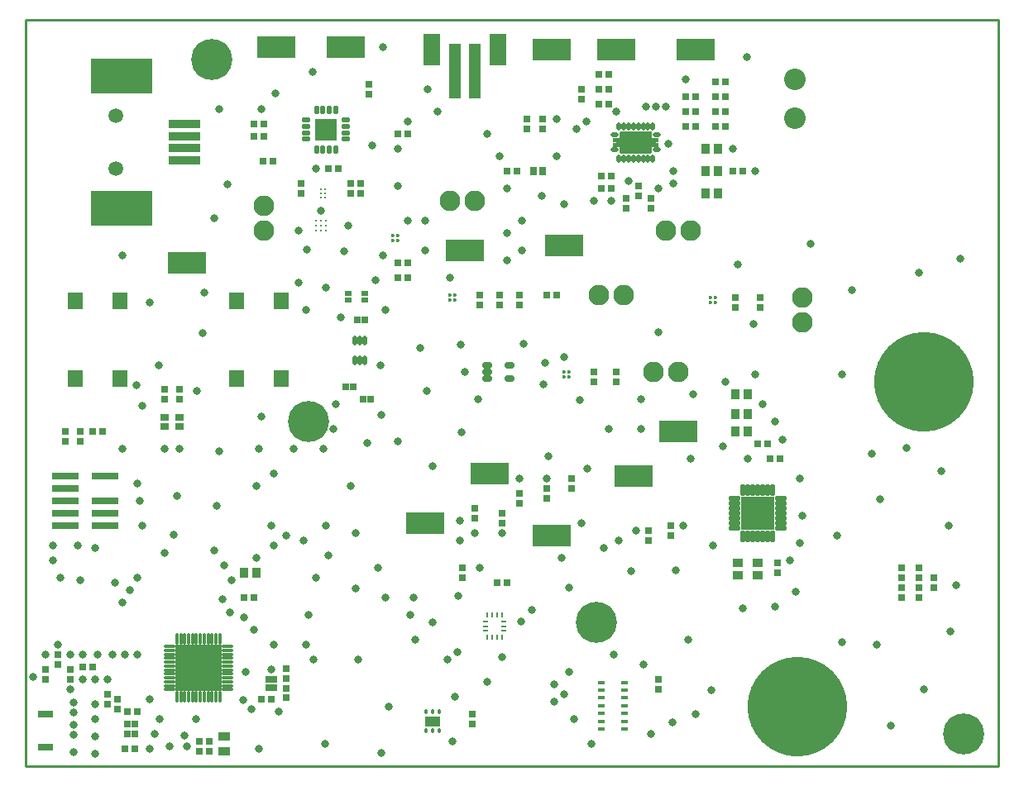
<source format=gts>
G04*
G04 #@! TF.GenerationSoftware,Altium Limited,Altium Designer,20.1.11 (218)*
G04*
G04 Layer_Color=8388736*
%FSLAX25Y25*%
%MOIN*%
G70*
G04*
G04 #@! TF.SameCoordinates,9738943D-FDB6-407F-A489-FF49C37398C0*
G04*
G04*
G04 #@! TF.FilePolarity,Negative*
G04*
G01*
G75*
%ADD11C,0.01000*%
%ADD24R,0.10984X0.02913*%
G04:AMPARAMS|DCode=28|XSize=17.72mil|YSize=11.81mil|CornerRadius=1.95mil|HoleSize=0mil|Usage=FLASHONLY|Rotation=90.000|XOffset=0mil|YOffset=0mil|HoleType=Round|Shape=RoundedRectangle|*
%AMROUNDEDRECTD28*
21,1,0.01772,0.00791,0,0,90.0*
21,1,0.01382,0.01181,0,0,90.0*
1,1,0.00390,0.00396,0.00691*
1,1,0.00390,0.00396,-0.00691*
1,1,0.00390,-0.00396,-0.00691*
1,1,0.00390,-0.00396,0.00691*
%
%ADD28ROUNDEDRECTD28*%
%ADD44R,0.02953X0.01378*%
%ADD45C,0.01417*%
%ADD58R,0.00984X0.01870*%
%ADD59R,0.01870X0.00984*%
%ADD61R,0.02769X0.03162*%
%ADD62R,0.03162X0.02769*%
G04:AMPARAMS|DCode=63|XSize=17.45mil|YSize=31.62mil|CornerRadius=5.98mil|HoleSize=0mil|Usage=FLASHONLY|Rotation=0.000|XOffset=0mil|YOffset=0mil|HoleType=Round|Shape=RoundedRectangle|*
%AMROUNDEDRECTD63*
21,1,0.01745,0.01965,0,0,0.0*
21,1,0.00548,0.03162,0,0,0.0*
1,1,0.01197,0.00274,-0.00983*
1,1,0.01197,-0.00274,-0.00983*
1,1,0.01197,-0.00274,0.00983*
1,1,0.01197,0.00274,0.00983*
%
%ADD63ROUNDEDRECTD63*%
G04:AMPARAMS|DCode=64|XSize=17.45mil|YSize=31.62mil|CornerRadius=5.98mil|HoleSize=0mil|Usage=FLASHONLY|Rotation=270.000|XOffset=0mil|YOffset=0mil|HoleType=Round|Shape=RoundedRectangle|*
%AMROUNDEDRECTD64*
21,1,0.01745,0.01965,0,0,270.0*
21,1,0.00548,0.03162,0,0,270.0*
1,1,0.01197,-0.00983,-0.00274*
1,1,0.01197,-0.00983,0.00274*
1,1,0.01197,0.00983,0.00274*
1,1,0.01197,0.00983,-0.00274*
%
%ADD64ROUNDEDRECTD64*%
G04:AMPARAMS|DCode=65|XSize=11.81mil|YSize=11.81mil|CornerRadius=1.95mil|HoleSize=0mil|Usage=FLASHONLY|Rotation=0.000|XOffset=0mil|YOffset=0mil|HoleType=Round|Shape=RoundedRectangle|*
%AMROUNDEDRECTD65*
21,1,0.01181,0.00791,0,0,0.0*
21,1,0.00791,0.01181,0,0,0.0*
1,1,0.00390,0.00396,-0.00396*
1,1,0.00390,-0.00396,-0.00396*
1,1,0.00390,-0.00396,0.00396*
1,1,0.00390,0.00396,0.00396*
%
%ADD65ROUNDEDRECTD65*%
G04:AMPARAMS|DCode=66|XSize=39.37mil|YSize=62.99mil|CornerRadius=1.97mil|HoleSize=0mil|Usage=FLASHONLY|Rotation=90.000|XOffset=0mil|YOffset=0mil|HoleType=Round|Shape=RoundedRectangle|*
%AMROUNDEDRECTD66*
21,1,0.03937,0.05906,0,0,90.0*
21,1,0.03543,0.06299,0,0,90.0*
1,1,0.00394,0.02953,0.01772*
1,1,0.00394,0.02953,-0.01772*
1,1,0.00394,-0.02953,-0.01772*
1,1,0.00394,-0.02953,0.01772*
%
%ADD66ROUNDEDRECTD66*%
%ADD67O,0.04540X0.01587*%
%ADD68O,0.01587X0.04540*%
%ADD69R,0.18910X0.18910*%
%ADD70R,0.09068X0.09068*%
%ADD71O,0.03753X0.01981*%
%ADD72O,0.01981X0.03753*%
%ADD73R,0.15170X0.08871*%
%ADD74R,0.06142X0.03150*%
%ADD75R,0.12611X0.03556*%
%ADD76R,0.24580X0.14186*%
%ADD77R,0.04737X0.22453*%
%ADD78R,0.07099X0.12611*%
%ADD79R,0.03162X0.03162*%
%ADD80R,0.03162X0.03162*%
%ADD81R,0.02769X0.03556*%
%ADD82R,0.03753X0.04147*%
G04:AMPARAMS|DCode=83|XSize=23.75mil|YSize=41.47mil|CornerRadius=5.97mil|HoleSize=0mil|Usage=FLASHONLY|Rotation=90.000|XOffset=0mil|YOffset=0mil|HoleType=Round|Shape=RoundedRectangle|*
%AMROUNDEDRECTD83*
21,1,0.02375,0.02953,0,0,90.0*
21,1,0.01181,0.04147,0,0,90.0*
1,1,0.01194,0.01476,0.00591*
1,1,0.01194,0.01476,-0.00591*
1,1,0.01194,-0.01476,-0.00591*
1,1,0.01194,-0.01476,0.00591*
%
%ADD83ROUNDEDRECTD83*%
G04:AMPARAMS|DCode=84|XSize=46.98mil|YSize=18.63mil|CornerRadius=5.33mil|HoleSize=0mil|Usage=FLASHONLY|Rotation=270.000|XOffset=0mil|YOffset=0mil|HoleType=Round|Shape=RoundedRectangle|*
%AMROUNDEDRECTD84*
21,1,0.04698,0.00797,0,0,270.0*
21,1,0.03632,0.01863,0,0,270.0*
1,1,0.01066,-0.00399,-0.01816*
1,1,0.01066,-0.00399,0.01816*
1,1,0.01066,0.00399,0.01816*
1,1,0.01066,0.00399,-0.01816*
%
%ADD84ROUNDEDRECTD84*%
G04:AMPARAMS|DCode=85|XSize=46.98mil|YSize=18.63mil|CornerRadius=5.33mil|HoleSize=0mil|Usage=FLASHONLY|Rotation=180.000|XOffset=0mil|YOffset=0mil|HoleType=Round|Shape=RoundedRectangle|*
%AMROUNDEDRECTD85*
21,1,0.04698,0.00797,0,0,180.0*
21,1,0.03632,0.01863,0,0,180.0*
1,1,0.01066,-0.01816,0.00399*
1,1,0.01066,0.01816,0.00399*
1,1,0.01066,0.01816,-0.00399*
1,1,0.01066,-0.01816,-0.00399*
%
%ADD85ROUNDEDRECTD85*%
%ADD86R,0.13595X0.13595*%
%ADD87R,0.04147X0.03753*%
%ADD88C,0.01299*%
%ADD89R,0.02847X0.01981*%
G04:AMPARAMS|DCode=90|XSize=19.81mil|YSize=37.53mil|CornerRadius=5.95mil|HoleSize=0mil|Usage=FLASHONLY|Rotation=180.000|XOffset=0mil|YOffset=0mil|HoleType=Round|Shape=RoundedRectangle|*
%AMROUNDEDRECTD90*
21,1,0.01981,0.02563,0,0,180.0*
21,1,0.00791,0.03753,0,0,180.0*
1,1,0.01190,-0.00396,0.01282*
1,1,0.01190,0.00396,0.01282*
1,1,0.01190,0.00396,-0.01282*
1,1,0.01190,-0.00396,-0.01282*
%
%ADD90ROUNDEDRECTD90*%
%ADD91R,0.02769X0.02572*%
%ADD92C,0.01043*%
%ADD93R,0.03556X0.02769*%
%ADD94R,0.04800X0.03300*%
%ADD95R,0.04961X0.02736*%
%ADD96R,0.02646X0.03039*%
%ADD97R,0.05918X0.06902*%
%ADD98C,0.05918*%
%ADD99C,0.08674*%
%ADD100C,0.16548*%
%ADD101C,0.08300*%
%ADD102C,0.40170*%
%ADD103C,0.03300*%
G36*
X251946Y255937D02*
X251997Y255927D01*
X252047Y255910D01*
X252094Y255887D01*
X252137Y255857D01*
X252177Y255823D01*
X252211Y255783D01*
X252240Y255740D01*
X252264Y255693D01*
X252281Y255643D01*
X252291Y255592D01*
X252294Y255539D01*
Y253440D01*
X254747Y253440D01*
X254800Y253437D01*
X254851Y253427D01*
X254901Y253410D01*
X254948Y253386D01*
X254992Y253357D01*
X255031Y253323D01*
X255065Y253283D01*
X255095Y253240D01*
X255118Y253193D01*
X255135Y253143D01*
X255145Y253092D01*
X255148Y253039D01*
Y252134D01*
X255145Y252081D01*
X255135Y252030D01*
X255118Y251980D01*
X255095Y251933D01*
X255065Y251890D01*
X255031Y251850D01*
X254992Y251816D01*
X254948Y251787D01*
X254901Y251764D01*
X254851Y251747D01*
X254800Y251736D01*
X254747Y251733D01*
X253869Y251733D01*
Y251275D01*
X254747Y251275D01*
X254800Y251271D01*
X254851Y251261D01*
X254901Y251244D01*
X254948Y251221D01*
X254991Y251192D01*
X255031Y251157D01*
X255065Y251118D01*
X255095Y251074D01*
X255118Y251027D01*
X255135Y250978D01*
X255145Y250926D01*
X255148Y250874D01*
Y249969D01*
X255145Y249916D01*
X255135Y249865D01*
X255118Y249815D01*
X255095Y249768D01*
X255065Y249725D01*
X255031Y249685D01*
X254991Y249651D01*
X254948Y249621D01*
X254901Y249598D01*
X254851Y249581D01*
X254800Y249571D01*
X254747Y249568D01*
X252294Y249568D01*
Y247468D01*
X252291Y247416D01*
X252281Y247365D01*
X252264Y247315D01*
X252240Y247268D01*
X252211Y247224D01*
X252177Y247185D01*
X252137Y247150D01*
X252094Y247121D01*
X252047Y247098D01*
X251997Y247081D01*
X251946Y247071D01*
X251893Y247068D01*
X239885D01*
X239833Y247071D01*
X239782Y247081D01*
X239732Y247098D01*
X239685Y247121D01*
X239641Y247150D01*
X239602Y247185D01*
X239567Y247224D01*
X239538Y247268D01*
X239515Y247315D01*
X239498Y247365D01*
X239488Y247416D01*
X239485Y247468D01*
Y249568D01*
X237031Y249568D01*
X236979Y249571D01*
X236927Y249581D01*
X236877Y249598D01*
X236830Y249621D01*
X236787Y249651D01*
X236747Y249685D01*
X236713Y249725D01*
X236684Y249768D01*
X236661Y249815D01*
X236644Y249865D01*
X236633Y249916D01*
X236630Y249969D01*
Y250874D01*
X236633Y250926D01*
X236644Y250978D01*
X236661Y251027D01*
X236684Y251074D01*
X236713Y251118D01*
X236747Y251157D01*
X236787Y251192D01*
X236830Y251221D01*
X236877Y251244D01*
X236927Y251261D01*
X236979Y251271D01*
X237031Y251275D01*
X237910Y251275D01*
Y251733D01*
X237031Y251733D01*
X236979Y251736D01*
X236927Y251747D01*
X236877Y251764D01*
X236830Y251787D01*
X236787Y251816D01*
X236747Y251850D01*
X236713Y251890D01*
X236684Y251933D01*
X236661Y251980D01*
X236644Y252030D01*
X236633Y252081D01*
X236630Y252134D01*
Y253039D01*
X236633Y253092D01*
X236644Y253143D01*
X236661Y253193D01*
X236684Y253240D01*
X236713Y253283D01*
X236747Y253323D01*
X236787Y253357D01*
X236830Y253386D01*
X236877Y253410D01*
X236927Y253427D01*
X236979Y253437D01*
X237031Y253440D01*
X239485Y253440D01*
Y255539D01*
X239488Y255592D01*
X239498Y255643D01*
X239515Y255693D01*
X239538Y255740D01*
X239567Y255783D01*
X239602Y255823D01*
X239641Y255857D01*
X239685Y255887D01*
X239732Y255910D01*
X239782Y255927D01*
X239833Y255937D01*
X239885Y255940D01*
X251893D01*
X251946Y255937D01*
D02*
G37*
D11*
X0Y0D02*
X392000D01*
Y301000D01*
X0D02*
X392000D01*
X0Y0D02*
Y301000D01*
D24*
X15976Y117000D02*
D03*
Y112000D02*
D03*
Y107000D02*
D03*
Y102000D02*
D03*
Y97000D02*
D03*
X32000Y117000D02*
D03*
Y107000D02*
D03*
Y102000D02*
D03*
Y97000D02*
D03*
D28*
X161441Y21839D02*
D03*
X164000D02*
D03*
X166559D02*
D03*
Y14161D02*
D03*
X164000D02*
D03*
X161441D02*
D03*
D44*
X241449Y33748D02*
D03*
Y30598D02*
D03*
Y27449D02*
D03*
Y24299D02*
D03*
Y21150D02*
D03*
Y18000D02*
D03*
Y14850D02*
D03*
X232000D02*
D03*
Y18000D02*
D03*
Y21150D02*
D03*
Y24299D02*
D03*
Y27449D02*
D03*
Y30598D02*
D03*
Y33748D02*
D03*
D45*
X276016Y188984D02*
D03*
X277984D02*
D03*
X276016Y187016D02*
D03*
X277984D02*
D03*
X217000Y158968D02*
D03*
X218969D02*
D03*
X217000Y157000D02*
D03*
X218969D02*
D03*
X148016Y212016D02*
D03*
Y213984D02*
D03*
X149984Y212016D02*
D03*
Y213984D02*
D03*
X172968Y188031D02*
D03*
X171000D02*
D03*
X172968Y190000D02*
D03*
X171000D02*
D03*
D58*
X186094Y51846D02*
D03*
X188063D02*
D03*
X190032D02*
D03*
X192000D02*
D03*
Y61000D02*
D03*
X190032D02*
D03*
X188063D02*
D03*
X186094D02*
D03*
D59*
X192640Y54455D02*
D03*
Y56423D02*
D03*
Y58392D02*
D03*
X185455D02*
D03*
Y56423D02*
D03*
Y54455D02*
D03*
D61*
X126000Y241000D02*
D03*
X122063D02*
D03*
X154000Y255000D02*
D03*
X150063D02*
D03*
X288937Y240000D02*
D03*
X285000D02*
D03*
X194063D02*
D03*
X198000D02*
D03*
X131000Y235000D02*
D03*
X134937D02*
D03*
X131000Y231000D02*
D03*
X134937D02*
D03*
X30937Y135000D02*
D03*
X27000D02*
D03*
X92000Y259000D02*
D03*
X95937D02*
D03*
X92000Y254000D02*
D03*
X95937D02*
D03*
X193937Y74000D02*
D03*
X190000D02*
D03*
D62*
X220000Y112000D02*
D03*
Y115937D02*
D03*
X251000Y91000D02*
D03*
Y94937D02*
D03*
X224000Y272969D02*
D03*
Y269032D02*
D03*
X202000Y257000D02*
D03*
Y260937D02*
D03*
X180000Y17000D02*
D03*
Y20937D02*
D03*
X138500Y271063D02*
D03*
Y275000D02*
D03*
X255000Y34937D02*
D03*
Y31000D02*
D03*
X260000Y96969D02*
D03*
Y93032D02*
D03*
X181000Y103969D02*
D03*
Y100031D02*
D03*
X192000Y102000D02*
D03*
Y98063D02*
D03*
X199000Y106032D02*
D03*
Y109968D02*
D03*
X210000Y108000D02*
D03*
Y111937D02*
D03*
X360000Y76000D02*
D03*
Y79937D02*
D03*
Y71969D02*
D03*
Y68032D02*
D03*
X208299Y257031D02*
D03*
Y260968D02*
D03*
X111000Y234937D02*
D03*
Y231000D02*
D03*
X22000Y134937D02*
D03*
Y131000D02*
D03*
X56000Y151969D02*
D03*
Y148031D02*
D03*
X62000Y148063D02*
D03*
Y152000D02*
D03*
X176000Y76063D02*
D03*
Y80000D02*
D03*
D63*
X239000Y245008D02*
D03*
X240968D02*
D03*
X242937D02*
D03*
X244905D02*
D03*
X246874D02*
D03*
X248842D02*
D03*
X250811D02*
D03*
X252779D02*
D03*
Y258000D02*
D03*
X250811D02*
D03*
X248842D02*
D03*
X246874D02*
D03*
X244905D02*
D03*
X242937D02*
D03*
X240968D02*
D03*
X239000D02*
D03*
D64*
X254354Y248551D02*
D03*
Y254457D02*
D03*
X237425D02*
D03*
Y248551D02*
D03*
D65*
X245889Y251504D02*
D03*
D66*
X164000Y18000D02*
D03*
D67*
X58000Y37150D02*
D03*
Y35575D02*
D03*
Y34000D02*
D03*
Y32425D02*
D03*
Y45024D02*
D03*
Y43449D02*
D03*
Y41874D02*
D03*
Y40299D02*
D03*
Y48173D02*
D03*
X81228Y32425D02*
D03*
Y34000D02*
D03*
Y35575D02*
D03*
Y37150D02*
D03*
Y40299D02*
D03*
Y41874D02*
D03*
Y43449D02*
D03*
Y45024D02*
D03*
Y48173D02*
D03*
X58000Y30850D02*
D03*
Y46598D02*
D03*
Y38724D02*
D03*
X81228Y30850D02*
D03*
Y38724D02*
D03*
Y46598D02*
D03*
D68*
X62528Y27898D02*
D03*
X64102D02*
D03*
X65677D02*
D03*
X67252D02*
D03*
Y51126D02*
D03*
X65677D02*
D03*
X64102D02*
D03*
X62528D02*
D03*
X70402Y27898D02*
D03*
X71976D02*
D03*
X73551D02*
D03*
X75126D02*
D03*
Y51126D02*
D03*
X73551D02*
D03*
X71976D02*
D03*
X70402D02*
D03*
X78276Y27898D02*
D03*
Y51126D02*
D03*
X60953Y27898D02*
D03*
Y51126D02*
D03*
X68827Y27898D02*
D03*
X76701D02*
D03*
Y51126D02*
D03*
X68827D02*
D03*
D69*
X69614Y39512D02*
D03*
D70*
X121028Y256720D02*
D03*
D71*
X129000Y260559D02*
D03*
Y258000D02*
D03*
Y255441D02*
D03*
Y252882D02*
D03*
X113055D02*
D03*
Y255441D02*
D03*
Y258000D02*
D03*
Y260559D02*
D03*
D72*
X124866Y248748D02*
D03*
X122307D02*
D03*
X119748D02*
D03*
X117189D02*
D03*
Y264693D02*
D03*
X119748D02*
D03*
X122307D02*
D03*
X124866D02*
D03*
D73*
X212000Y93000D02*
D03*
X101000Y290000D02*
D03*
X129000D02*
D03*
X212000Y289000D02*
D03*
X238000D02*
D03*
X270000D02*
D03*
X263000Y135000D02*
D03*
X245000Y117000D02*
D03*
X177000Y208000D02*
D03*
X65000Y203000D02*
D03*
X161000Y98000D02*
D03*
X187000Y118000D02*
D03*
X217000Y210000D02*
D03*
D74*
X8000Y7590D02*
D03*
Y21000D02*
D03*
D75*
X64000Y254079D02*
D03*
Y249158D02*
D03*
Y259000D02*
D03*
Y244236D02*
D03*
D76*
X38803Y224847D02*
D03*
Y278390D02*
D03*
D77*
X180937Y280142D02*
D03*
X173063D02*
D03*
D78*
X190386Y289000D02*
D03*
X163614D02*
D03*
D79*
X247000Y233937D02*
D03*
Y230000D02*
D03*
X242000Y228969D02*
D03*
Y225031D02*
D03*
X252000Y228937D02*
D03*
Y225000D02*
D03*
X296000Y189000D02*
D03*
Y185063D02*
D03*
X286000D02*
D03*
Y189000D02*
D03*
X238000Y159000D02*
D03*
Y155063D02*
D03*
X229000D02*
D03*
Y159000D02*
D03*
X353000Y76000D02*
D03*
Y79937D02*
D03*
Y68032D02*
D03*
Y71969D02*
D03*
X303000Y78063D02*
D03*
Y82000D02*
D03*
X366000Y72000D02*
D03*
Y75937D02*
D03*
X16000Y134937D02*
D03*
Y131000D02*
D03*
X33000Y25000D02*
D03*
Y28937D02*
D03*
X70000Y10000D02*
D03*
Y6063D02*
D03*
X74000D02*
D03*
Y10000D02*
D03*
X105000Y35386D02*
D03*
Y39323D02*
D03*
Y31386D02*
D03*
Y27449D02*
D03*
X37000Y23031D02*
D03*
Y26969D02*
D03*
X183000Y190000D02*
D03*
Y186063D02*
D03*
X191000Y190000D02*
D03*
Y186063D02*
D03*
X8000Y35032D02*
D03*
Y38969D02*
D03*
X13000Y41000D02*
D03*
Y44937D02*
D03*
X18000Y35032D02*
D03*
Y38969D02*
D03*
X199000Y186063D02*
D03*
Y190000D02*
D03*
D80*
X282063Y264000D02*
D03*
X278126D02*
D03*
X282063Y258000D02*
D03*
X278126D02*
D03*
X282063Y270000D02*
D03*
X278126D02*
D03*
X282063Y276000D02*
D03*
X278126D02*
D03*
X266126Y258000D02*
D03*
X270063D02*
D03*
X266094Y264000D02*
D03*
X270031D02*
D03*
X266063Y270000D02*
D03*
X270000D02*
D03*
X88000Y68000D02*
D03*
X91937D02*
D03*
X153937Y197000D02*
D03*
X150000D02*
D03*
Y203000D02*
D03*
X153937D02*
D03*
X236000Y233000D02*
D03*
X232063D02*
D03*
X236000Y238000D02*
D03*
X232063D02*
D03*
X235000Y279000D02*
D03*
X231063D02*
D03*
X235000Y273000D02*
D03*
X231063D02*
D03*
X234937Y267000D02*
D03*
X231000D02*
D03*
X300031Y124000D02*
D03*
X303969D02*
D03*
X295000Y130000D02*
D03*
X298937D02*
D03*
X99761Y244060D02*
D03*
X95824D02*
D03*
X98937Y27000D02*
D03*
X95000D02*
D03*
X44937Y21937D02*
D03*
X41000D02*
D03*
X40063Y6937D02*
D03*
X44000D02*
D03*
X23000Y40000D02*
D03*
X26937D02*
D03*
X210000Y190000D02*
D03*
X213937D02*
D03*
D81*
X204630Y240000D02*
D03*
X208370D02*
D03*
D82*
X274079Y231000D02*
D03*
X279000D02*
D03*
X274079Y240000D02*
D03*
X279000D02*
D03*
X274079Y249000D02*
D03*
X279000D02*
D03*
X92921Y78000D02*
D03*
X88000D02*
D03*
X286079Y135000D02*
D03*
X291000D02*
D03*
X286079Y142000D02*
D03*
X291000D02*
D03*
X286079Y150000D02*
D03*
X291000D02*
D03*
D83*
X194858Y161559D02*
D03*
Y156441D02*
D03*
X186000D02*
D03*
Y159000D02*
D03*
Y161559D02*
D03*
D84*
X300905Y111291D02*
D03*
X298937D02*
D03*
X296969D02*
D03*
X295000D02*
D03*
X293032D02*
D03*
X291063D02*
D03*
X289094D02*
D03*
Y92709D02*
D03*
X291063D02*
D03*
X293032D02*
D03*
X295000D02*
D03*
X296969D02*
D03*
X298937D02*
D03*
X300905D02*
D03*
D85*
X304291Y96095D02*
D03*
Y98063D02*
D03*
Y100031D02*
D03*
Y102000D02*
D03*
Y103969D02*
D03*
Y105937D02*
D03*
Y107905D02*
D03*
X285709D02*
D03*
Y105937D02*
D03*
Y103969D02*
D03*
Y102000D02*
D03*
Y100031D02*
D03*
Y98063D02*
D03*
Y96095D02*
D03*
D86*
X295000Y102000D02*
D03*
D87*
X287000Y82000D02*
D03*
Y77079D02*
D03*
X295000Y82000D02*
D03*
Y77079D02*
D03*
D88*
X120653Y229425D02*
D03*
X119000D02*
D03*
X120653Y231000D02*
D03*
X119000D02*
D03*
Y232575D02*
D03*
X120653D02*
D03*
D89*
X136614Y188000D02*
D03*
Y190559D02*
D03*
X130000D02*
D03*
Y188000D02*
D03*
D90*
X132677Y163543D02*
D03*
X134646D02*
D03*
X136614D02*
D03*
Y171614D02*
D03*
X134646D02*
D03*
X132677D02*
D03*
D91*
X133661Y179807D02*
D03*
X136614D02*
D03*
X129047Y153000D02*
D03*
X132000D02*
D03*
X138953Y148000D02*
D03*
X136000D02*
D03*
D92*
X117000Y219937D02*
D03*
X118968D02*
D03*
X120937D02*
D03*
X117000Y217969D02*
D03*
Y216000D02*
D03*
X118968Y217969D02*
D03*
X120937D02*
D03*
X118968Y216000D02*
D03*
X120937D02*
D03*
D93*
X62000Y140740D02*
D03*
Y137000D02*
D03*
X56000Y140740D02*
D03*
Y137000D02*
D03*
D94*
X80000Y12000D02*
D03*
Y6000D02*
D03*
D95*
X99000Y31772D02*
D03*
Y35000D02*
D03*
D96*
X44150Y13000D02*
D03*
Y16937D02*
D03*
X41000D02*
D03*
Y13000D02*
D03*
D97*
X20142Y187650D02*
D03*
X37858D02*
D03*
Y156350D02*
D03*
X20142D02*
D03*
X102858Y156350D02*
D03*
X85142D02*
D03*
Y187650D02*
D03*
X102858D02*
D03*
D98*
X36441Y262445D02*
D03*
Y240791D02*
D03*
D99*
X310000Y261252D02*
D03*
Y277000D02*
D03*
D100*
X75000Y285000D02*
D03*
X378000Y13000D02*
D03*
X114000Y139000D02*
D03*
X230000Y58000D02*
D03*
D101*
X258000Y216000D02*
D03*
X268000D02*
D03*
X253000Y159000D02*
D03*
X263000D02*
D03*
X96000Y216000D02*
D03*
Y226000D02*
D03*
X313000Y179000D02*
D03*
Y189000D02*
D03*
X241000Y190000D02*
D03*
X231000D02*
D03*
X181000Y228000D02*
D03*
X171000D02*
D03*
D102*
X362000Y155000D02*
D03*
X311000Y24000D02*
D03*
D103*
X117000Y241000D02*
D03*
X270000Y21000D02*
D03*
X245889Y253504D02*
D03*
Y249504D02*
D03*
X250909Y251504D02*
D03*
X240869D02*
D03*
X164000Y18000D02*
D03*
X69614Y39512D02*
D03*
X74614D02*
D03*
Y33512D02*
D03*
X69614D02*
D03*
X64614D02*
D03*
Y39512D02*
D03*
X69614Y45512D02*
D03*
X74614D02*
D03*
X64614D02*
D03*
X121028Y256720D02*
D03*
X82449Y62000D02*
D03*
X79449Y67250D02*
D03*
X91000Y23000D02*
D03*
X68827Y18850D02*
D03*
X58000Y8000D02*
D03*
X42000Y71000D02*
D03*
X50000Y7000D02*
D03*
X54000Y19000D02*
D03*
X45000Y76000D02*
D03*
X52000Y13000D02*
D03*
X64000Y12250D02*
D03*
X39000Y66000D02*
D03*
X259000Y251000D02*
D03*
X45000Y45000D02*
D03*
X40000D02*
D03*
X35000D02*
D03*
X29000D02*
D03*
X23000D02*
D03*
X18000D02*
D03*
X8000D02*
D03*
X3000Y36000D02*
D03*
X19195Y5500D02*
D03*
Y12500D02*
D03*
Y16500D02*
D03*
Y21500D02*
D03*
Y25500D02*
D03*
X28000Y25000D02*
D03*
X199000Y116000D02*
D03*
X181000Y94000D02*
D03*
X266000Y277000D02*
D03*
X294000Y240000D02*
D03*
X285000Y249000D02*
D03*
X222000Y257000D02*
D03*
X214000Y261000D02*
D03*
X226000Y260000D02*
D03*
X261000Y235000D02*
D03*
X191000Y245850D02*
D03*
X258000Y266000D02*
D03*
X254000D02*
D03*
X250000D02*
D03*
X255000Y233000D02*
D03*
X261000Y240000D02*
D03*
X229000Y228000D02*
D03*
X242937Y236000D02*
D03*
X236000Y228000D02*
D03*
X238000Y264000D02*
D03*
X175000Y91000D02*
D03*
X186000Y34000D02*
D03*
X116000Y43000D02*
D03*
X290814Y285924D02*
D03*
X355026Y128148D02*
D03*
X369000Y119000D02*
D03*
X372000Y97000D02*
D03*
X375000Y73000D02*
D03*
X348550Y16213D02*
D03*
X362000Y31000D02*
D03*
X372603Y54141D02*
D03*
X343000Y49000D02*
D03*
X329000Y50000D02*
D03*
Y158000D02*
D03*
X340841Y125989D02*
D03*
X344233Y107488D02*
D03*
X327000Y93000D02*
D03*
X376611Y204622D02*
D03*
X360000Y199000D02*
D03*
X333000Y192000D02*
D03*
X316481Y210481D02*
D03*
X286878Y202155D02*
D03*
X293354Y178411D02*
D03*
X214000Y246000D02*
D03*
X216880Y226516D02*
D03*
X208000Y230000D02*
D03*
X166000Y264000D02*
D03*
X162000Y273000D02*
D03*
X139601Y250149D02*
D03*
X115672Y280104D02*
D03*
X100695Y271324D02*
D03*
X95000Y265000D02*
D03*
X78000D02*
D03*
X81413Y234483D02*
D03*
X76000Y221000D02*
D03*
X39000Y206000D02*
D03*
X95000Y141000D02*
D03*
X71428Y174746D02*
D03*
X72000Y191000D02*
D03*
X50000Y187000D02*
D03*
X69018Y151161D02*
D03*
X53524Y161490D02*
D03*
X44572Y153743D02*
D03*
X47155Y145135D02*
D03*
X39000Y128000D02*
D03*
X45000Y114000D02*
D03*
X59722Y93145D02*
D03*
X61000Y109000D02*
D03*
X78000Y127000D02*
D03*
X108000Y128000D02*
D03*
X94000D02*
D03*
X120000D02*
D03*
X124000Y136000D02*
D03*
X125000Y146000D02*
D03*
X113000Y184000D02*
D03*
X110000Y195000D02*
D03*
X121000Y193000D02*
D03*
X113434Y208144D02*
D03*
X128239Y207455D02*
D03*
X144000Y206000D02*
D03*
X141000Y196000D02*
D03*
X145000Y184000D02*
D03*
X127000Y181000D02*
D03*
X143044Y161490D02*
D03*
X143389Y141520D02*
D03*
X137536Y130158D02*
D03*
X150000Y131000D02*
D03*
X158883Y168548D02*
D03*
X161809Y151333D02*
D03*
X175582Y134462D02*
D03*
X182296Y147890D02*
D03*
X175237Y169925D02*
D03*
X200716Y170270D02*
D03*
X209324Y162695D02*
D03*
X208807Y154087D02*
D03*
X223268Y147546D02*
D03*
X235000Y136000D02*
D03*
X210529Y124993D02*
D03*
X226195Y119829D02*
D03*
X247886Y136011D02*
D03*
Y147890D02*
D03*
X268000Y124000D02*
D03*
X269000Y150000D02*
D03*
X281000Y129000D02*
D03*
X282000Y155000D02*
D03*
X294000Y158000D02*
D03*
X297000Y146000D02*
D03*
X302000Y139000D02*
D03*
X305041Y131535D02*
D03*
X312000Y116000D02*
D03*
X313000Y101000D02*
D03*
X312000Y90000D02*
D03*
X308000Y83000D02*
D03*
X310378Y70420D02*
D03*
X301942Y64223D02*
D03*
X288859Y63706D02*
D03*
X262000Y79000D02*
D03*
X267000Y51000D02*
D03*
X276464Y30481D02*
D03*
X260798Y17569D02*
D03*
X252000Y13000D02*
D03*
X228000Y9000D02*
D03*
X221000Y19000D02*
D03*
X217000Y29000D02*
D03*
X219000Y38000D02*
D03*
X237000Y45000D02*
D03*
X243994Y78497D02*
D03*
X239000Y91000D02*
D03*
X224000Y98000D02*
D03*
X219000Y72000D02*
D03*
X175000Y99000D02*
D03*
X164000Y121000D02*
D03*
X28000Y5000D02*
D03*
Y12000D02*
D03*
Y19000D02*
D03*
X23000Y35000D02*
D03*
X33000D02*
D03*
X18000Y31000D02*
D03*
X28000Y35000D02*
D03*
X13000Y49000D02*
D03*
X14129Y76012D02*
D03*
X22000Y75000D02*
D03*
X36000Y74000D02*
D03*
X56000Y86000D02*
D03*
X99000Y97000D02*
D03*
X87655Y26449D02*
D03*
X88744Y37887D02*
D03*
X99000Y39000D02*
D03*
X100000Y49000D02*
D03*
X92000Y55000D02*
D03*
X112000Y91000D02*
D03*
X122000Y85000D02*
D03*
X132860Y71473D02*
D03*
X174252Y68568D02*
D03*
X156279Y68024D02*
D03*
X145000Y68000D02*
D03*
X157006Y50958D02*
D03*
X146476Y23908D02*
D03*
X143208Y5390D02*
D03*
X120696Y8839D02*
D03*
X94000Y7000D02*
D03*
X171000Y197000D02*
D03*
X217000Y165000D02*
D03*
X194000Y233000D02*
D03*
X204000Y63000D02*
D03*
X144000Y290000D02*
D03*
X291000Y124000D02*
D03*
X93000Y84000D02*
D03*
X142000Y80000D02*
D03*
X133000Y94000D02*
D03*
X121000Y97000D02*
D03*
X100000Y118000D02*
D03*
X114000Y61000D02*
D03*
X117000Y76000D02*
D03*
X194000Y204000D02*
D03*
X200000Y208000D02*
D03*
X194000Y215000D02*
D03*
X200000Y220000D02*
D03*
X161000D02*
D03*
X154000D02*
D03*
X150000Y234000D02*
D03*
X172000Y10000D02*
D03*
X150000Y249000D02*
D03*
X154000Y260000D02*
D03*
X186000Y255000D02*
D03*
X155000Y61000D02*
D03*
X164000Y58040D02*
D03*
X213000Y33000D02*
D03*
Y26000D02*
D03*
X249000Y41000D02*
D03*
X105000Y93000D02*
D03*
X100000Y89000D02*
D03*
X265032Y97031D02*
D03*
X134000Y43000D02*
D03*
X113000Y49000D02*
D03*
X173000Y28000D02*
D03*
X170000Y43000D02*
D03*
X174000Y46000D02*
D03*
X199608Y58392D02*
D03*
X192000Y44000D02*
D03*
X183000Y80000D02*
D03*
X233000Y88000D02*
D03*
X216000Y84000D02*
D03*
X80000Y81000D02*
D03*
X83000Y75000D02*
D03*
X76000Y87000D02*
D03*
X255000Y175000D02*
D03*
X130000Y218000D02*
D03*
X110000Y216000D02*
D03*
X119000Y224000D02*
D03*
X161000Y208000D02*
D03*
X131000Y113000D02*
D03*
X93000D02*
D03*
X177000Y159000D02*
D03*
X102000Y22000D02*
D03*
X65000Y8000D02*
D03*
X246000Y95000D02*
D03*
X77000Y105000D02*
D03*
X192000Y94000D02*
D03*
X210000Y116000D02*
D03*
X277000Y89000D02*
D03*
X295000Y102000D02*
D03*
X88000Y60000D02*
D03*
X62000Y128000D02*
D03*
X56000D02*
D03*
X47150Y97000D02*
D03*
X46000Y107000D02*
D03*
X11000Y83000D02*
D03*
X28000Y88000D02*
D03*
X11000Y89000D02*
D03*
X21000D02*
D03*
X50000Y27000D02*
D03*
M02*

</source>
